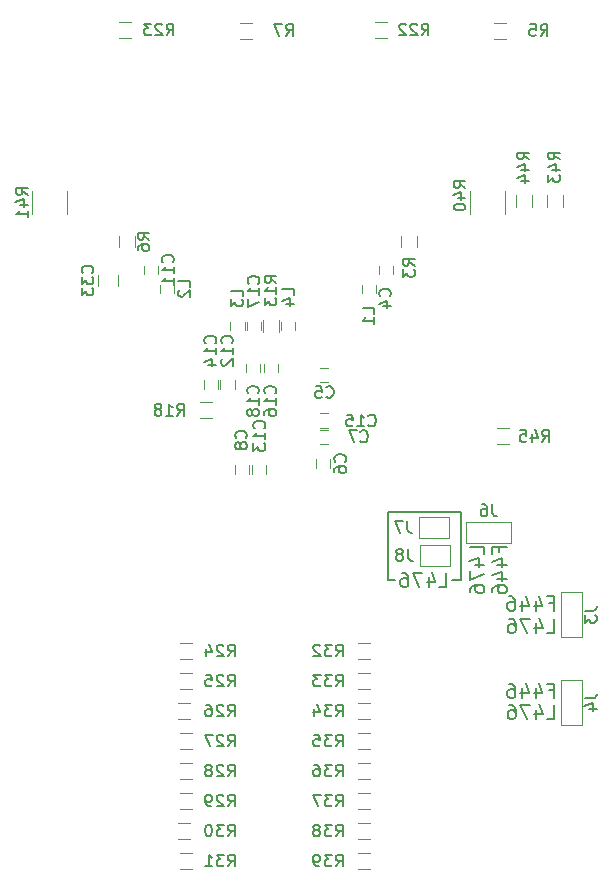
<source format=gbr>
G04 #@! TF.FileFunction,Legend,Bot*
%FSLAX46Y46*%
G04 Gerber Fmt 4.6, Leading zero omitted, Abs format (unit mm)*
G04 Created by KiCad (PCBNEW 4.0.6) date 04/07/17 00:55:34*
%MOMM*%
%LPD*%
G01*
G04 APERTURE LIST*
%ADD10C,0.100000*%
%ADD11C,0.150000*%
%ADD12C,0.200000*%
%ADD13C,0.120000*%
G04 APERTURE END LIST*
D10*
D11*
X149700000Y-98800000D02*
X148900000Y-98800000D01*
X143500000Y-98800000D02*
X144100000Y-98800000D01*
X143500000Y-93000000D02*
X143500000Y-98800000D01*
X149700000Y-93000000D02*
X143500000Y-93000000D01*
X149700000Y-98800000D02*
X149700000Y-93000000D01*
D12*
X147842857Y-99342857D02*
X148414286Y-99342857D01*
X148414286Y-98142857D01*
X146928571Y-98542857D02*
X146928571Y-99342857D01*
X147214285Y-98085714D02*
X147500000Y-98942857D01*
X146757142Y-98942857D01*
X146414285Y-98142857D02*
X145614285Y-98142857D01*
X146128571Y-99342857D01*
X144642857Y-98142857D02*
X144871428Y-98142857D01*
X144985714Y-98200000D01*
X145042857Y-98257143D01*
X145157143Y-98428571D01*
X145214286Y-98657143D01*
X145214286Y-99114286D01*
X145157143Y-99228571D01*
X145100000Y-99285714D01*
X144985714Y-99342857D01*
X144757143Y-99342857D01*
X144642857Y-99285714D01*
X144585714Y-99228571D01*
X144528571Y-99114286D01*
X144528571Y-98828571D01*
X144585714Y-98714286D01*
X144642857Y-98657143D01*
X144757143Y-98600000D01*
X144985714Y-98600000D01*
X145100000Y-98657143D01*
X145157143Y-98714286D01*
X145214286Y-98828571D01*
X151642857Y-96557143D02*
X151642857Y-95985714D01*
X150442857Y-95985714D01*
X150842857Y-97471429D02*
X151642857Y-97471429D01*
X150385714Y-97185715D02*
X151242857Y-96900000D01*
X151242857Y-97642858D01*
X150442857Y-97985715D02*
X150442857Y-98785715D01*
X151642857Y-98271429D01*
X150442857Y-99757143D02*
X150442857Y-99528572D01*
X150500000Y-99414286D01*
X150557143Y-99357143D01*
X150728571Y-99242857D01*
X150957143Y-99185714D01*
X151414286Y-99185714D01*
X151528571Y-99242857D01*
X151585714Y-99300000D01*
X151642857Y-99414286D01*
X151642857Y-99642857D01*
X151585714Y-99757143D01*
X151528571Y-99814286D01*
X151414286Y-99871429D01*
X151128571Y-99871429D01*
X151014286Y-99814286D01*
X150957143Y-99757143D01*
X150900000Y-99642857D01*
X150900000Y-99414286D01*
X150957143Y-99300000D01*
X151014286Y-99242857D01*
X151128571Y-99185714D01*
X156942857Y-103242857D02*
X157514286Y-103242857D01*
X157514286Y-102042857D01*
X156028571Y-102442857D02*
X156028571Y-103242857D01*
X156314285Y-101985714D02*
X156600000Y-102842857D01*
X155857142Y-102842857D01*
X155514285Y-102042857D02*
X154714285Y-102042857D01*
X155228571Y-103242857D01*
X153742857Y-102042857D02*
X153971428Y-102042857D01*
X154085714Y-102100000D01*
X154142857Y-102157143D01*
X154257143Y-102328571D01*
X154314286Y-102557143D01*
X154314286Y-103014286D01*
X154257143Y-103128571D01*
X154200000Y-103185714D01*
X154085714Y-103242857D01*
X153857143Y-103242857D01*
X153742857Y-103185714D01*
X153685714Y-103128571D01*
X153628571Y-103014286D01*
X153628571Y-102728571D01*
X153685714Y-102614286D01*
X153742857Y-102557143D01*
X153857143Y-102500000D01*
X154085714Y-102500000D01*
X154200000Y-102557143D01*
X154257143Y-102614286D01*
X154314286Y-102728571D01*
X156942857Y-110542857D02*
X157514286Y-110542857D01*
X157514286Y-109342857D01*
X156028571Y-109742857D02*
X156028571Y-110542857D01*
X156314285Y-109285714D02*
X156600000Y-110142857D01*
X155857142Y-110142857D01*
X155514285Y-109342857D02*
X154714285Y-109342857D01*
X155228571Y-110542857D01*
X153742857Y-109342857D02*
X153971428Y-109342857D01*
X154085714Y-109400000D01*
X154142857Y-109457143D01*
X154257143Y-109628571D01*
X154314286Y-109857143D01*
X154314286Y-110314286D01*
X154257143Y-110428571D01*
X154200000Y-110485714D01*
X154085714Y-110542857D01*
X153857143Y-110542857D01*
X153742857Y-110485714D01*
X153685714Y-110428571D01*
X153628571Y-110314286D01*
X153628571Y-110028571D01*
X153685714Y-109914286D01*
X153742857Y-109857143D01*
X153857143Y-109800000D01*
X154085714Y-109800000D01*
X154200000Y-109857143D01*
X154257143Y-109914286D01*
X154314286Y-110028571D01*
X152914286Y-96357143D02*
X152914286Y-95957143D01*
X153542857Y-95957143D02*
X152342857Y-95957143D01*
X152342857Y-96528572D01*
X152742857Y-97500000D02*
X153542857Y-97500000D01*
X152285714Y-97214286D02*
X153142857Y-96928571D01*
X153142857Y-97671429D01*
X152742857Y-98642857D02*
X153542857Y-98642857D01*
X152285714Y-98357143D02*
X153142857Y-98071428D01*
X153142857Y-98814286D01*
X152342857Y-99785714D02*
X152342857Y-99557143D01*
X152400000Y-99442857D01*
X152457143Y-99385714D01*
X152628571Y-99271428D01*
X152857143Y-99214285D01*
X153314286Y-99214285D01*
X153428571Y-99271428D01*
X153485714Y-99328571D01*
X153542857Y-99442857D01*
X153542857Y-99671428D01*
X153485714Y-99785714D01*
X153428571Y-99842857D01*
X153314286Y-99900000D01*
X153028571Y-99900000D01*
X152914286Y-99842857D01*
X152857143Y-99785714D01*
X152800000Y-99671428D01*
X152800000Y-99442857D01*
X152857143Y-99328571D01*
X152914286Y-99271428D01*
X153028571Y-99214285D01*
X157142857Y-108114286D02*
X157542857Y-108114286D01*
X157542857Y-108742857D02*
X157542857Y-107542857D01*
X156971428Y-107542857D01*
X156000000Y-107942857D02*
X156000000Y-108742857D01*
X156285714Y-107485714D02*
X156571429Y-108342857D01*
X155828571Y-108342857D01*
X154857143Y-107942857D02*
X154857143Y-108742857D01*
X155142857Y-107485714D02*
X155428572Y-108342857D01*
X154685714Y-108342857D01*
X153714286Y-107542857D02*
X153942857Y-107542857D01*
X154057143Y-107600000D01*
X154114286Y-107657143D01*
X154228572Y-107828571D01*
X154285715Y-108057143D01*
X154285715Y-108514286D01*
X154228572Y-108628571D01*
X154171429Y-108685714D01*
X154057143Y-108742857D01*
X153828572Y-108742857D01*
X153714286Y-108685714D01*
X153657143Y-108628571D01*
X153600000Y-108514286D01*
X153600000Y-108228571D01*
X153657143Y-108114286D01*
X153714286Y-108057143D01*
X153828572Y-108000000D01*
X154057143Y-108000000D01*
X154171429Y-108057143D01*
X154228572Y-108114286D01*
X154285715Y-108228571D01*
X157142857Y-100714286D02*
X157542857Y-100714286D01*
X157542857Y-101342857D02*
X157542857Y-100142857D01*
X156971428Y-100142857D01*
X156000000Y-100542857D02*
X156000000Y-101342857D01*
X156285714Y-100085714D02*
X156571429Y-100942857D01*
X155828571Y-100942857D01*
X154857143Y-100542857D02*
X154857143Y-101342857D01*
X155142857Y-100085714D02*
X155428572Y-100942857D01*
X154685714Y-100942857D01*
X153714286Y-100142857D02*
X153942857Y-100142857D01*
X154057143Y-100200000D01*
X154114286Y-100257143D01*
X154228572Y-100428571D01*
X154285715Y-100657143D01*
X154285715Y-101114286D01*
X154228572Y-101228571D01*
X154171429Y-101285714D01*
X154057143Y-101342857D01*
X153828572Y-101342857D01*
X153714286Y-101285714D01*
X153657143Y-101228571D01*
X153600000Y-101114286D01*
X153600000Y-100828571D01*
X153657143Y-100714286D01*
X153714286Y-100657143D01*
X153828572Y-100600000D01*
X154057143Y-100600000D01*
X154171429Y-100657143D01*
X154228572Y-100714286D01*
X154285715Y-100828571D01*
D13*
X138600000Y-89250000D02*
X138600000Y-88550000D01*
X137400000Y-88550000D02*
X137400000Y-89250000D01*
X138450000Y-80800000D02*
X137750000Y-80800000D01*
X137750000Y-82000000D02*
X138450000Y-82000000D01*
X130150000Y-76900000D02*
X130150000Y-77600000D01*
X131350000Y-77600000D02*
X131350000Y-76900000D01*
X143900000Y-72850000D02*
X143900000Y-72150000D01*
X142700000Y-72150000D02*
X142700000Y-72850000D01*
X138450000Y-86050000D02*
X137750000Y-86050000D01*
X137750000Y-87250000D02*
X138450000Y-87250000D01*
X131700000Y-89750000D02*
X131700000Y-89050000D01*
X130500000Y-89050000D02*
X130500000Y-89750000D01*
X124000000Y-72850000D02*
X124000000Y-72150000D01*
X122800000Y-72150000D02*
X122800000Y-72850000D01*
X130500000Y-82550000D02*
X130500000Y-81850000D01*
X129300000Y-81850000D02*
X129300000Y-82550000D01*
X133200000Y-89750000D02*
X133200000Y-89050000D01*
X132000000Y-89050000D02*
X132000000Y-89750000D01*
X129100000Y-82550000D02*
X129100000Y-81850000D01*
X127900000Y-81850000D02*
X127900000Y-82550000D01*
X138450000Y-84650000D02*
X137750000Y-84650000D01*
X137750000Y-85850000D02*
X138450000Y-85850000D01*
X133000000Y-80450000D02*
X133000000Y-81150000D01*
X134200000Y-81150000D02*
X134200000Y-80450000D01*
X132750000Y-77600000D02*
X132750000Y-76900000D01*
X131550000Y-76900000D02*
X131550000Y-77600000D01*
X131500000Y-80450000D02*
X131500000Y-81150000D01*
X132700000Y-81150000D02*
X132700000Y-80450000D01*
X142500000Y-74450000D02*
X142500000Y-73750000D01*
X141300000Y-73750000D02*
X141300000Y-74450000D01*
X125400000Y-74450000D02*
X125400000Y-73750000D01*
X124200000Y-73750000D02*
X124200000Y-74450000D01*
X134450000Y-76900000D02*
X134450000Y-77600000D01*
X135650000Y-77600000D02*
X135650000Y-76900000D01*
X145980000Y-70600000D02*
X145980000Y-69600000D01*
X144620000Y-69600000D02*
X144620000Y-70600000D01*
X152500000Y-52930000D02*
X153500000Y-52930000D01*
X153500000Y-51570000D02*
X152500000Y-51570000D01*
X120720000Y-69600000D02*
X120720000Y-70600000D01*
X122080000Y-70600000D02*
X122080000Y-69600000D01*
X131000000Y-52930000D02*
X132000000Y-52930000D01*
X132000000Y-51570000D02*
X131000000Y-51570000D01*
X132920000Y-76750000D02*
X132920000Y-77750000D01*
X134280000Y-77750000D02*
X134280000Y-76750000D01*
X128600000Y-83720000D02*
X127600000Y-83720000D01*
X127600000Y-85080000D02*
X128600000Y-85080000D01*
X142400000Y-52880000D02*
X143400000Y-52880000D01*
X143400000Y-51520000D02*
X142400000Y-51520000D01*
X120750000Y-52880000D02*
X121750000Y-52880000D01*
X121750000Y-51520000D02*
X120750000Y-51520000D01*
X159890000Y-99790000D02*
X159890000Y-103610000D01*
X159890000Y-103610000D02*
X158110000Y-103610000D01*
X158110000Y-103610000D02*
X158110000Y-99790000D01*
X159890000Y-99790000D02*
X158110000Y-99790000D01*
X159890000Y-107190000D02*
X159890000Y-111010000D01*
X159890000Y-111010000D02*
X158110000Y-111010000D01*
X158110000Y-111010000D02*
X158110000Y-107190000D01*
X159890000Y-107190000D02*
X158110000Y-107190000D01*
X153910000Y-95590000D02*
X150090000Y-95590000D01*
X150090000Y-95590000D02*
X150090000Y-93810000D01*
X150090000Y-93810000D02*
X153910000Y-93810000D01*
X153910000Y-95590000D02*
X153910000Y-93810000D01*
X146130000Y-93410000D02*
X148670000Y-93410000D01*
X148670000Y-95190000D02*
X146130000Y-95190000D01*
X148670000Y-95190000D02*
X148670000Y-93410000D01*
X146130000Y-93410000D02*
X146130000Y-95190000D01*
X146190000Y-95810000D02*
X148730000Y-95810000D01*
X148730000Y-97590000D02*
X146190000Y-97590000D01*
X148730000Y-97590000D02*
X148730000Y-95810000D01*
X146190000Y-95810000D02*
X146190000Y-97590000D01*
X126865000Y-104095000D02*
X125865000Y-104095000D01*
X125865000Y-105455000D02*
X126865000Y-105455000D01*
X126865000Y-106635000D02*
X125865000Y-106635000D01*
X125865000Y-107995000D02*
X126865000Y-107995000D01*
X126750000Y-109175000D02*
X125750000Y-109175000D01*
X125750000Y-110535000D02*
X126750000Y-110535000D01*
X126865000Y-111715000D02*
X125865000Y-111715000D01*
X125865000Y-113075000D02*
X126865000Y-113075000D01*
X126865000Y-114255000D02*
X125865000Y-114255000D01*
X125865000Y-115615000D02*
X126865000Y-115615000D01*
X126865000Y-116795000D02*
X125865000Y-116795000D01*
X125865000Y-118155000D02*
X126865000Y-118155000D01*
X126750000Y-119335000D02*
X125750000Y-119335000D01*
X125750000Y-120695000D02*
X126750000Y-120695000D01*
X126865000Y-121875000D02*
X125865000Y-121875000D01*
X125865000Y-123235000D02*
X126865000Y-123235000D01*
X140978000Y-105455000D02*
X141978000Y-105455000D01*
X141978000Y-104095000D02*
X140978000Y-104095000D01*
X140966000Y-107995000D02*
X141966000Y-107995000D01*
X141966000Y-106635000D02*
X140966000Y-106635000D01*
X140978000Y-110535000D02*
X141978000Y-110535000D01*
X141978000Y-109175000D02*
X140978000Y-109175000D01*
X140966000Y-113075000D02*
X141966000Y-113075000D01*
X141966000Y-111715000D02*
X140966000Y-111715000D01*
X140978000Y-115615000D02*
X141978000Y-115615000D01*
X141978000Y-114255000D02*
X140978000Y-114255000D01*
X140978000Y-118155000D02*
X141978000Y-118155000D01*
X141978000Y-116795000D02*
X140978000Y-116795000D01*
X140978000Y-120695000D02*
X141978000Y-120695000D01*
X141978000Y-119335000D02*
X140978000Y-119335000D01*
X140978000Y-123235000D02*
X141978000Y-123235000D01*
X141978000Y-121875000D02*
X140978000Y-121875000D01*
X153380000Y-67800000D02*
X153380000Y-65800000D01*
X150420000Y-65800000D02*
X150420000Y-67800000D01*
X116280000Y-67800000D02*
X116280000Y-65800000D01*
X113320000Y-65800000D02*
X113320000Y-67800000D01*
X120650000Y-72900000D02*
X120650000Y-73900000D01*
X118950000Y-73900000D02*
X118950000Y-72900000D01*
X156920000Y-66200000D02*
X156920000Y-67200000D01*
X158280000Y-67200000D02*
X158280000Y-66200000D01*
X154320000Y-66200000D02*
X154320000Y-67200000D01*
X155680000Y-67200000D02*
X155680000Y-66200000D01*
X153700000Y-85920000D02*
X152700000Y-85920000D01*
X152700000Y-87280000D02*
X153700000Y-87280000D01*
D11*
X139857143Y-88733334D02*
X139904762Y-88685715D01*
X139952381Y-88542858D01*
X139952381Y-88447620D01*
X139904762Y-88304762D01*
X139809524Y-88209524D01*
X139714286Y-88161905D01*
X139523810Y-88114286D01*
X139380952Y-88114286D01*
X139190476Y-88161905D01*
X139095238Y-88209524D01*
X139000000Y-88304762D01*
X138952381Y-88447620D01*
X138952381Y-88542858D01*
X139000000Y-88685715D01*
X139047619Y-88733334D01*
X138952381Y-89590477D02*
X138952381Y-89400000D01*
X139000000Y-89304762D01*
X139047619Y-89257143D01*
X139190476Y-89161905D01*
X139380952Y-89114286D01*
X139761905Y-89114286D01*
X139857143Y-89161905D01*
X139904762Y-89209524D01*
X139952381Y-89304762D01*
X139952381Y-89495239D01*
X139904762Y-89590477D01*
X139857143Y-89638096D01*
X139761905Y-89685715D01*
X139523810Y-89685715D01*
X139428571Y-89638096D01*
X139380952Y-89590477D01*
X139333333Y-89495239D01*
X139333333Y-89304762D01*
X139380952Y-89209524D01*
X139428571Y-89161905D01*
X139523810Y-89114286D01*
X138266666Y-83257143D02*
X138314285Y-83304762D01*
X138457142Y-83352381D01*
X138552380Y-83352381D01*
X138695238Y-83304762D01*
X138790476Y-83209524D01*
X138838095Y-83114286D01*
X138885714Y-82923810D01*
X138885714Y-82780952D01*
X138838095Y-82590476D01*
X138790476Y-82495238D01*
X138695238Y-82400000D01*
X138552380Y-82352381D01*
X138457142Y-82352381D01*
X138314285Y-82400000D01*
X138266666Y-82447619D01*
X137361904Y-82352381D02*
X137838095Y-82352381D01*
X137885714Y-82828571D01*
X137838095Y-82780952D01*
X137742857Y-82733333D01*
X137504761Y-82733333D01*
X137409523Y-82780952D01*
X137361904Y-82828571D01*
X137314285Y-82923810D01*
X137314285Y-83161905D01*
X137361904Y-83257143D01*
X137409523Y-83304762D01*
X137504761Y-83352381D01*
X137742857Y-83352381D01*
X137838095Y-83304762D01*
X137885714Y-83257143D01*
X131202381Y-74733334D02*
X131202381Y-74257143D01*
X130202381Y-74257143D01*
X130202381Y-74971429D02*
X130202381Y-75590477D01*
X130583333Y-75257143D01*
X130583333Y-75400001D01*
X130630952Y-75495239D01*
X130678571Y-75542858D01*
X130773810Y-75590477D01*
X131011905Y-75590477D01*
X131107143Y-75542858D01*
X131154762Y-75495239D01*
X131202381Y-75400001D01*
X131202381Y-75114286D01*
X131154762Y-75019048D01*
X131107143Y-74971429D01*
X143657143Y-74733334D02*
X143704762Y-74685715D01*
X143752381Y-74542858D01*
X143752381Y-74447620D01*
X143704762Y-74304762D01*
X143609524Y-74209524D01*
X143514286Y-74161905D01*
X143323810Y-74114286D01*
X143180952Y-74114286D01*
X142990476Y-74161905D01*
X142895238Y-74209524D01*
X142800000Y-74304762D01*
X142752381Y-74447620D01*
X142752381Y-74542858D01*
X142800000Y-74685715D01*
X142847619Y-74733334D01*
X143085714Y-75590477D02*
X143752381Y-75590477D01*
X142704762Y-75352381D02*
X143419048Y-75114286D01*
X143419048Y-75733334D01*
X141166666Y-87007143D02*
X141214285Y-87054762D01*
X141357142Y-87102381D01*
X141452380Y-87102381D01*
X141595238Y-87054762D01*
X141690476Y-86959524D01*
X141738095Y-86864286D01*
X141785714Y-86673810D01*
X141785714Y-86530952D01*
X141738095Y-86340476D01*
X141690476Y-86245238D01*
X141595238Y-86150000D01*
X141452380Y-86102381D01*
X141357142Y-86102381D01*
X141214285Y-86150000D01*
X141166666Y-86197619D01*
X140833333Y-86102381D02*
X140166666Y-86102381D01*
X140595238Y-87102381D01*
X131457143Y-86733334D02*
X131504762Y-86685715D01*
X131552381Y-86542858D01*
X131552381Y-86447620D01*
X131504762Y-86304762D01*
X131409524Y-86209524D01*
X131314286Y-86161905D01*
X131123810Y-86114286D01*
X130980952Y-86114286D01*
X130790476Y-86161905D01*
X130695238Y-86209524D01*
X130600000Y-86304762D01*
X130552381Y-86447620D01*
X130552381Y-86542858D01*
X130600000Y-86685715D01*
X130647619Y-86733334D01*
X130980952Y-87304762D02*
X130933333Y-87209524D01*
X130885714Y-87161905D01*
X130790476Y-87114286D01*
X130742857Y-87114286D01*
X130647619Y-87161905D01*
X130600000Y-87209524D01*
X130552381Y-87304762D01*
X130552381Y-87495239D01*
X130600000Y-87590477D01*
X130647619Y-87638096D01*
X130742857Y-87685715D01*
X130790476Y-87685715D01*
X130885714Y-87638096D01*
X130933333Y-87590477D01*
X130980952Y-87495239D01*
X130980952Y-87304762D01*
X131028571Y-87209524D01*
X131076190Y-87161905D01*
X131171429Y-87114286D01*
X131361905Y-87114286D01*
X131457143Y-87161905D01*
X131504762Y-87209524D01*
X131552381Y-87304762D01*
X131552381Y-87495239D01*
X131504762Y-87590477D01*
X131457143Y-87638096D01*
X131361905Y-87685715D01*
X131171429Y-87685715D01*
X131076190Y-87638096D01*
X131028571Y-87590477D01*
X130980952Y-87495239D01*
X125257143Y-71857143D02*
X125304762Y-71809524D01*
X125352381Y-71666667D01*
X125352381Y-71571429D01*
X125304762Y-71428571D01*
X125209524Y-71333333D01*
X125114286Y-71285714D01*
X124923810Y-71238095D01*
X124780952Y-71238095D01*
X124590476Y-71285714D01*
X124495238Y-71333333D01*
X124400000Y-71428571D01*
X124352381Y-71571429D01*
X124352381Y-71666667D01*
X124400000Y-71809524D01*
X124447619Y-71857143D01*
X125352381Y-72809524D02*
X125352381Y-72238095D01*
X125352381Y-72523809D02*
X124352381Y-72523809D01*
X124495238Y-72428571D01*
X124590476Y-72333333D01*
X124638095Y-72238095D01*
X125352381Y-73761905D02*
X125352381Y-73190476D01*
X125352381Y-73476190D02*
X124352381Y-73476190D01*
X124495238Y-73380952D01*
X124590476Y-73285714D01*
X124638095Y-73190476D01*
X130257143Y-78707143D02*
X130304762Y-78659524D01*
X130352381Y-78516667D01*
X130352381Y-78421429D01*
X130304762Y-78278571D01*
X130209524Y-78183333D01*
X130114286Y-78135714D01*
X129923810Y-78088095D01*
X129780952Y-78088095D01*
X129590476Y-78135714D01*
X129495238Y-78183333D01*
X129400000Y-78278571D01*
X129352381Y-78421429D01*
X129352381Y-78516667D01*
X129400000Y-78659524D01*
X129447619Y-78707143D01*
X130352381Y-79659524D02*
X130352381Y-79088095D01*
X130352381Y-79373809D02*
X129352381Y-79373809D01*
X129495238Y-79278571D01*
X129590476Y-79183333D01*
X129638095Y-79088095D01*
X129447619Y-80040476D02*
X129400000Y-80088095D01*
X129352381Y-80183333D01*
X129352381Y-80421429D01*
X129400000Y-80516667D01*
X129447619Y-80564286D01*
X129542857Y-80611905D01*
X129638095Y-80611905D01*
X129780952Y-80564286D01*
X130352381Y-79992857D01*
X130352381Y-80611905D01*
X133007143Y-85907143D02*
X133054762Y-85859524D01*
X133102381Y-85716667D01*
X133102381Y-85621429D01*
X133054762Y-85478571D01*
X132959524Y-85383333D01*
X132864286Y-85335714D01*
X132673810Y-85288095D01*
X132530952Y-85288095D01*
X132340476Y-85335714D01*
X132245238Y-85383333D01*
X132150000Y-85478571D01*
X132102381Y-85621429D01*
X132102381Y-85716667D01*
X132150000Y-85859524D01*
X132197619Y-85907143D01*
X133102381Y-86859524D02*
X133102381Y-86288095D01*
X133102381Y-86573809D02*
X132102381Y-86573809D01*
X132245238Y-86478571D01*
X132340476Y-86383333D01*
X132388095Y-86288095D01*
X132102381Y-87192857D02*
X132102381Y-87811905D01*
X132483333Y-87478571D01*
X132483333Y-87621429D01*
X132530952Y-87716667D01*
X132578571Y-87764286D01*
X132673810Y-87811905D01*
X132911905Y-87811905D01*
X133007143Y-87764286D01*
X133054762Y-87716667D01*
X133102381Y-87621429D01*
X133102381Y-87335714D01*
X133054762Y-87240476D01*
X133007143Y-87192857D01*
X128857143Y-78707143D02*
X128904762Y-78659524D01*
X128952381Y-78516667D01*
X128952381Y-78421429D01*
X128904762Y-78278571D01*
X128809524Y-78183333D01*
X128714286Y-78135714D01*
X128523810Y-78088095D01*
X128380952Y-78088095D01*
X128190476Y-78135714D01*
X128095238Y-78183333D01*
X128000000Y-78278571D01*
X127952381Y-78421429D01*
X127952381Y-78516667D01*
X128000000Y-78659524D01*
X128047619Y-78707143D01*
X128952381Y-79659524D02*
X128952381Y-79088095D01*
X128952381Y-79373809D02*
X127952381Y-79373809D01*
X128095238Y-79278571D01*
X128190476Y-79183333D01*
X128238095Y-79088095D01*
X128285714Y-80516667D02*
X128952381Y-80516667D01*
X127904762Y-80278571D02*
X128619048Y-80040476D01*
X128619048Y-80659524D01*
X141842857Y-85657143D02*
X141890476Y-85704762D01*
X142033333Y-85752381D01*
X142128571Y-85752381D01*
X142271429Y-85704762D01*
X142366667Y-85609524D01*
X142414286Y-85514286D01*
X142461905Y-85323810D01*
X142461905Y-85180952D01*
X142414286Y-84990476D01*
X142366667Y-84895238D01*
X142271429Y-84800000D01*
X142128571Y-84752381D01*
X142033333Y-84752381D01*
X141890476Y-84800000D01*
X141842857Y-84847619D01*
X140890476Y-85752381D02*
X141461905Y-85752381D01*
X141176191Y-85752381D02*
X141176191Y-84752381D01*
X141271429Y-84895238D01*
X141366667Y-84990476D01*
X141461905Y-85038095D01*
X139985714Y-84752381D02*
X140461905Y-84752381D01*
X140509524Y-85228571D01*
X140461905Y-85180952D01*
X140366667Y-85133333D01*
X140128571Y-85133333D01*
X140033333Y-85180952D01*
X139985714Y-85228571D01*
X139938095Y-85323810D01*
X139938095Y-85561905D01*
X139985714Y-85657143D01*
X140033333Y-85704762D01*
X140128571Y-85752381D01*
X140366667Y-85752381D01*
X140461905Y-85704762D01*
X140509524Y-85657143D01*
X133932143Y-82957143D02*
X133979762Y-82909524D01*
X134027381Y-82766667D01*
X134027381Y-82671429D01*
X133979762Y-82528571D01*
X133884524Y-82433333D01*
X133789286Y-82385714D01*
X133598810Y-82338095D01*
X133455952Y-82338095D01*
X133265476Y-82385714D01*
X133170238Y-82433333D01*
X133075000Y-82528571D01*
X133027381Y-82671429D01*
X133027381Y-82766667D01*
X133075000Y-82909524D01*
X133122619Y-82957143D01*
X134027381Y-83909524D02*
X134027381Y-83338095D01*
X134027381Y-83623809D02*
X133027381Y-83623809D01*
X133170238Y-83528571D01*
X133265476Y-83433333D01*
X133313095Y-83338095D01*
X133027381Y-84766667D02*
X133027381Y-84576190D01*
X133075000Y-84480952D01*
X133122619Y-84433333D01*
X133265476Y-84338095D01*
X133455952Y-84290476D01*
X133836905Y-84290476D01*
X133932143Y-84338095D01*
X133979762Y-84385714D01*
X134027381Y-84480952D01*
X134027381Y-84671429D01*
X133979762Y-84766667D01*
X133932143Y-84814286D01*
X133836905Y-84861905D01*
X133598810Y-84861905D01*
X133503571Y-84814286D01*
X133455952Y-84766667D01*
X133408333Y-84671429D01*
X133408333Y-84480952D01*
X133455952Y-84385714D01*
X133503571Y-84338095D01*
X133598810Y-84290476D01*
X132507143Y-73657143D02*
X132554762Y-73609524D01*
X132602381Y-73466667D01*
X132602381Y-73371429D01*
X132554762Y-73228571D01*
X132459524Y-73133333D01*
X132364286Y-73085714D01*
X132173810Y-73038095D01*
X132030952Y-73038095D01*
X131840476Y-73085714D01*
X131745238Y-73133333D01*
X131650000Y-73228571D01*
X131602381Y-73371429D01*
X131602381Y-73466667D01*
X131650000Y-73609524D01*
X131697619Y-73657143D01*
X132602381Y-74609524D02*
X132602381Y-74038095D01*
X132602381Y-74323809D02*
X131602381Y-74323809D01*
X131745238Y-74228571D01*
X131840476Y-74133333D01*
X131888095Y-74038095D01*
X131602381Y-74942857D02*
X131602381Y-75609524D01*
X132602381Y-75180952D01*
X132482143Y-82957143D02*
X132529762Y-82909524D01*
X132577381Y-82766667D01*
X132577381Y-82671429D01*
X132529762Y-82528571D01*
X132434524Y-82433333D01*
X132339286Y-82385714D01*
X132148810Y-82338095D01*
X132005952Y-82338095D01*
X131815476Y-82385714D01*
X131720238Y-82433333D01*
X131625000Y-82528571D01*
X131577381Y-82671429D01*
X131577381Y-82766667D01*
X131625000Y-82909524D01*
X131672619Y-82957143D01*
X132577381Y-83909524D02*
X132577381Y-83338095D01*
X132577381Y-83623809D02*
X131577381Y-83623809D01*
X131720238Y-83528571D01*
X131815476Y-83433333D01*
X131863095Y-83338095D01*
X132005952Y-84480952D02*
X131958333Y-84385714D01*
X131910714Y-84338095D01*
X131815476Y-84290476D01*
X131767857Y-84290476D01*
X131672619Y-84338095D01*
X131625000Y-84385714D01*
X131577381Y-84480952D01*
X131577381Y-84671429D01*
X131625000Y-84766667D01*
X131672619Y-84814286D01*
X131767857Y-84861905D01*
X131815476Y-84861905D01*
X131910714Y-84814286D01*
X131958333Y-84766667D01*
X132005952Y-84671429D01*
X132005952Y-84480952D01*
X132053571Y-84385714D01*
X132101190Y-84338095D01*
X132196429Y-84290476D01*
X132386905Y-84290476D01*
X132482143Y-84338095D01*
X132529762Y-84385714D01*
X132577381Y-84480952D01*
X132577381Y-84671429D01*
X132529762Y-84766667D01*
X132482143Y-84814286D01*
X132386905Y-84861905D01*
X132196429Y-84861905D01*
X132101190Y-84814286D01*
X132053571Y-84766667D01*
X132005952Y-84671429D01*
X142352381Y-76233334D02*
X142352381Y-75757143D01*
X141352381Y-75757143D01*
X142352381Y-77090477D02*
X142352381Y-76519048D01*
X142352381Y-76804762D02*
X141352381Y-76804762D01*
X141495238Y-76709524D01*
X141590476Y-76614286D01*
X141638095Y-76519048D01*
X126752381Y-73933334D02*
X126752381Y-73457143D01*
X125752381Y-73457143D01*
X125847619Y-74219048D02*
X125800000Y-74266667D01*
X125752381Y-74361905D01*
X125752381Y-74600001D01*
X125800000Y-74695239D01*
X125847619Y-74742858D01*
X125942857Y-74790477D01*
X126038095Y-74790477D01*
X126180952Y-74742858D01*
X126752381Y-74171429D01*
X126752381Y-74790477D01*
X135552381Y-74633334D02*
X135552381Y-74157143D01*
X134552381Y-74157143D01*
X134885714Y-75395239D02*
X135552381Y-75395239D01*
X134504762Y-75157143D02*
X135219048Y-74919048D01*
X135219048Y-75538096D01*
X145752381Y-72133334D02*
X145276190Y-71800000D01*
X145752381Y-71561905D02*
X144752381Y-71561905D01*
X144752381Y-71942858D01*
X144800000Y-72038096D01*
X144847619Y-72085715D01*
X144942857Y-72133334D01*
X145085714Y-72133334D01*
X145180952Y-72085715D01*
X145228571Y-72038096D01*
X145276190Y-71942858D01*
X145276190Y-71561905D01*
X144752381Y-72466667D02*
X144752381Y-73085715D01*
X145133333Y-72752381D01*
X145133333Y-72895239D01*
X145180952Y-72990477D01*
X145228571Y-73038096D01*
X145323810Y-73085715D01*
X145561905Y-73085715D01*
X145657143Y-73038096D01*
X145704762Y-72990477D01*
X145752381Y-72895239D01*
X145752381Y-72609524D01*
X145704762Y-72514286D01*
X145657143Y-72466667D01*
X156416666Y-52702381D02*
X156750000Y-52226190D01*
X156988095Y-52702381D02*
X156988095Y-51702381D01*
X156607142Y-51702381D01*
X156511904Y-51750000D01*
X156464285Y-51797619D01*
X156416666Y-51892857D01*
X156416666Y-52035714D01*
X156464285Y-52130952D01*
X156511904Y-52178571D01*
X156607142Y-52226190D01*
X156988095Y-52226190D01*
X155511904Y-51702381D02*
X155988095Y-51702381D01*
X156035714Y-52178571D01*
X155988095Y-52130952D01*
X155892857Y-52083333D01*
X155654761Y-52083333D01*
X155559523Y-52130952D01*
X155511904Y-52178571D01*
X155464285Y-52273810D01*
X155464285Y-52511905D01*
X155511904Y-52607143D01*
X155559523Y-52654762D01*
X155654761Y-52702381D01*
X155892857Y-52702381D01*
X155988095Y-52654762D01*
X156035714Y-52607143D01*
X123302381Y-69933334D02*
X122826190Y-69600000D01*
X123302381Y-69361905D02*
X122302381Y-69361905D01*
X122302381Y-69742858D01*
X122350000Y-69838096D01*
X122397619Y-69885715D01*
X122492857Y-69933334D01*
X122635714Y-69933334D01*
X122730952Y-69885715D01*
X122778571Y-69838096D01*
X122826190Y-69742858D01*
X122826190Y-69361905D01*
X122302381Y-70790477D02*
X122302381Y-70600000D01*
X122350000Y-70504762D01*
X122397619Y-70457143D01*
X122540476Y-70361905D01*
X122730952Y-70314286D01*
X123111905Y-70314286D01*
X123207143Y-70361905D01*
X123254762Y-70409524D01*
X123302381Y-70504762D01*
X123302381Y-70695239D01*
X123254762Y-70790477D01*
X123207143Y-70838096D01*
X123111905Y-70885715D01*
X122873810Y-70885715D01*
X122778571Y-70838096D01*
X122730952Y-70790477D01*
X122683333Y-70695239D01*
X122683333Y-70504762D01*
X122730952Y-70409524D01*
X122778571Y-70361905D01*
X122873810Y-70314286D01*
X134866666Y-52702381D02*
X135200000Y-52226190D01*
X135438095Y-52702381D02*
X135438095Y-51702381D01*
X135057142Y-51702381D01*
X134961904Y-51750000D01*
X134914285Y-51797619D01*
X134866666Y-51892857D01*
X134866666Y-52035714D01*
X134914285Y-52130952D01*
X134961904Y-52178571D01*
X135057142Y-52226190D01*
X135438095Y-52226190D01*
X134533333Y-51702381D02*
X133866666Y-51702381D01*
X134295238Y-52702381D01*
X134052381Y-73607143D02*
X133576190Y-73273809D01*
X134052381Y-73035714D02*
X133052381Y-73035714D01*
X133052381Y-73416667D01*
X133100000Y-73511905D01*
X133147619Y-73559524D01*
X133242857Y-73607143D01*
X133385714Y-73607143D01*
X133480952Y-73559524D01*
X133528571Y-73511905D01*
X133576190Y-73416667D01*
X133576190Y-73035714D01*
X134052381Y-74559524D02*
X134052381Y-73988095D01*
X134052381Y-74273809D02*
X133052381Y-74273809D01*
X133195238Y-74178571D01*
X133290476Y-74083333D01*
X133338095Y-73988095D01*
X133052381Y-74892857D02*
X133052381Y-75511905D01*
X133433333Y-75178571D01*
X133433333Y-75321429D01*
X133480952Y-75416667D01*
X133528571Y-75464286D01*
X133623810Y-75511905D01*
X133861905Y-75511905D01*
X133957143Y-75464286D01*
X134004762Y-75416667D01*
X134052381Y-75321429D01*
X134052381Y-75035714D01*
X134004762Y-74940476D01*
X133957143Y-74892857D01*
X125642857Y-84852381D02*
X125976191Y-84376190D01*
X126214286Y-84852381D02*
X126214286Y-83852381D01*
X125833333Y-83852381D01*
X125738095Y-83900000D01*
X125690476Y-83947619D01*
X125642857Y-84042857D01*
X125642857Y-84185714D01*
X125690476Y-84280952D01*
X125738095Y-84328571D01*
X125833333Y-84376190D01*
X126214286Y-84376190D01*
X124690476Y-84852381D02*
X125261905Y-84852381D01*
X124976191Y-84852381D02*
X124976191Y-83852381D01*
X125071429Y-83995238D01*
X125166667Y-84090476D01*
X125261905Y-84138095D01*
X124119048Y-84280952D02*
X124214286Y-84233333D01*
X124261905Y-84185714D01*
X124309524Y-84090476D01*
X124309524Y-84042857D01*
X124261905Y-83947619D01*
X124214286Y-83900000D01*
X124119048Y-83852381D01*
X123928571Y-83852381D01*
X123833333Y-83900000D01*
X123785714Y-83947619D01*
X123738095Y-84042857D01*
X123738095Y-84090476D01*
X123785714Y-84185714D01*
X123833333Y-84233333D01*
X123928571Y-84280952D01*
X124119048Y-84280952D01*
X124214286Y-84328571D01*
X124261905Y-84376190D01*
X124309524Y-84471429D01*
X124309524Y-84661905D01*
X124261905Y-84757143D01*
X124214286Y-84804762D01*
X124119048Y-84852381D01*
X123928571Y-84852381D01*
X123833333Y-84804762D01*
X123785714Y-84757143D01*
X123738095Y-84661905D01*
X123738095Y-84471429D01*
X123785714Y-84376190D01*
X123833333Y-84328571D01*
X123928571Y-84280952D01*
X146342857Y-52652381D02*
X146676191Y-52176190D01*
X146914286Y-52652381D02*
X146914286Y-51652381D01*
X146533333Y-51652381D01*
X146438095Y-51700000D01*
X146390476Y-51747619D01*
X146342857Y-51842857D01*
X146342857Y-51985714D01*
X146390476Y-52080952D01*
X146438095Y-52128571D01*
X146533333Y-52176190D01*
X146914286Y-52176190D01*
X145961905Y-51747619D02*
X145914286Y-51700000D01*
X145819048Y-51652381D01*
X145580952Y-51652381D01*
X145485714Y-51700000D01*
X145438095Y-51747619D01*
X145390476Y-51842857D01*
X145390476Y-51938095D01*
X145438095Y-52080952D01*
X146009524Y-52652381D01*
X145390476Y-52652381D01*
X145009524Y-51747619D02*
X144961905Y-51700000D01*
X144866667Y-51652381D01*
X144628571Y-51652381D01*
X144533333Y-51700000D01*
X144485714Y-51747619D01*
X144438095Y-51842857D01*
X144438095Y-51938095D01*
X144485714Y-52080952D01*
X145057143Y-52652381D01*
X144438095Y-52652381D01*
X124742857Y-52652381D02*
X125076191Y-52176190D01*
X125314286Y-52652381D02*
X125314286Y-51652381D01*
X124933333Y-51652381D01*
X124838095Y-51700000D01*
X124790476Y-51747619D01*
X124742857Y-51842857D01*
X124742857Y-51985714D01*
X124790476Y-52080952D01*
X124838095Y-52128571D01*
X124933333Y-52176190D01*
X125314286Y-52176190D01*
X124361905Y-51747619D02*
X124314286Y-51700000D01*
X124219048Y-51652381D01*
X123980952Y-51652381D01*
X123885714Y-51700000D01*
X123838095Y-51747619D01*
X123790476Y-51842857D01*
X123790476Y-51938095D01*
X123838095Y-52080952D01*
X124409524Y-52652381D01*
X123790476Y-52652381D01*
X123457143Y-51652381D02*
X122838095Y-51652381D01*
X123171429Y-52033333D01*
X123028571Y-52033333D01*
X122933333Y-52080952D01*
X122885714Y-52128571D01*
X122838095Y-52223810D01*
X122838095Y-52461905D01*
X122885714Y-52557143D01*
X122933333Y-52604762D01*
X123028571Y-52652381D01*
X123314286Y-52652381D01*
X123409524Y-52604762D01*
X123457143Y-52557143D01*
X160152381Y-101366667D02*
X160866667Y-101366667D01*
X161009524Y-101319047D01*
X161104762Y-101223809D01*
X161152381Y-101080952D01*
X161152381Y-100985714D01*
X160152381Y-101747619D02*
X160152381Y-102366667D01*
X160533333Y-102033333D01*
X160533333Y-102176191D01*
X160580952Y-102271429D01*
X160628571Y-102319048D01*
X160723810Y-102366667D01*
X160961905Y-102366667D01*
X161057143Y-102319048D01*
X161104762Y-102271429D01*
X161152381Y-102176191D01*
X161152381Y-101890476D01*
X161104762Y-101795238D01*
X161057143Y-101747619D01*
X160152381Y-108766667D02*
X160866667Y-108766667D01*
X161009524Y-108719047D01*
X161104762Y-108623809D01*
X161152381Y-108480952D01*
X161152381Y-108385714D01*
X160485714Y-109671429D02*
X161152381Y-109671429D01*
X160104762Y-109433333D02*
X160819048Y-109195238D01*
X160819048Y-109814286D01*
X152333333Y-92352381D02*
X152333333Y-93066667D01*
X152380953Y-93209524D01*
X152476191Y-93304762D01*
X152619048Y-93352381D01*
X152714286Y-93352381D01*
X151428571Y-92352381D02*
X151619048Y-92352381D01*
X151714286Y-92400000D01*
X151761905Y-92447619D01*
X151857143Y-92590476D01*
X151904762Y-92780952D01*
X151904762Y-93161905D01*
X151857143Y-93257143D01*
X151809524Y-93304762D01*
X151714286Y-93352381D01*
X151523809Y-93352381D01*
X151428571Y-93304762D01*
X151380952Y-93257143D01*
X151333333Y-93161905D01*
X151333333Y-92923810D01*
X151380952Y-92828571D01*
X151428571Y-92780952D01*
X151523809Y-92733333D01*
X151714286Y-92733333D01*
X151809524Y-92780952D01*
X151857143Y-92828571D01*
X151904762Y-92923810D01*
X145133333Y-93752381D02*
X145133333Y-94466667D01*
X145180953Y-94609524D01*
X145276191Y-94704762D01*
X145419048Y-94752381D01*
X145514286Y-94752381D01*
X144752381Y-93752381D02*
X144085714Y-93752381D01*
X144514286Y-94752381D01*
X145193333Y-96152381D02*
X145193333Y-96866667D01*
X145240953Y-97009524D01*
X145336191Y-97104762D01*
X145479048Y-97152381D01*
X145574286Y-97152381D01*
X144574286Y-96580952D02*
X144669524Y-96533333D01*
X144717143Y-96485714D01*
X144764762Y-96390476D01*
X144764762Y-96342857D01*
X144717143Y-96247619D01*
X144669524Y-96200000D01*
X144574286Y-96152381D01*
X144383809Y-96152381D01*
X144288571Y-96200000D01*
X144240952Y-96247619D01*
X144193333Y-96342857D01*
X144193333Y-96390476D01*
X144240952Y-96485714D01*
X144288571Y-96533333D01*
X144383809Y-96580952D01*
X144574286Y-96580952D01*
X144669524Y-96628571D01*
X144717143Y-96676190D01*
X144764762Y-96771429D01*
X144764762Y-96961905D01*
X144717143Y-97057143D01*
X144669524Y-97104762D01*
X144574286Y-97152381D01*
X144383809Y-97152381D01*
X144288571Y-97104762D01*
X144240952Y-97057143D01*
X144193333Y-96961905D01*
X144193333Y-96771429D01*
X144240952Y-96676190D01*
X144288571Y-96628571D01*
X144383809Y-96580952D01*
X129928857Y-105227381D02*
X130262191Y-104751190D01*
X130500286Y-105227381D02*
X130500286Y-104227381D01*
X130119333Y-104227381D01*
X130024095Y-104275000D01*
X129976476Y-104322619D01*
X129928857Y-104417857D01*
X129928857Y-104560714D01*
X129976476Y-104655952D01*
X130024095Y-104703571D01*
X130119333Y-104751190D01*
X130500286Y-104751190D01*
X129547905Y-104322619D02*
X129500286Y-104275000D01*
X129405048Y-104227381D01*
X129166952Y-104227381D01*
X129071714Y-104275000D01*
X129024095Y-104322619D01*
X128976476Y-104417857D01*
X128976476Y-104513095D01*
X129024095Y-104655952D01*
X129595524Y-105227381D01*
X128976476Y-105227381D01*
X128119333Y-104560714D02*
X128119333Y-105227381D01*
X128357429Y-104179762D02*
X128595524Y-104894048D01*
X127976476Y-104894048D01*
X129928857Y-107767381D02*
X130262191Y-107291190D01*
X130500286Y-107767381D02*
X130500286Y-106767381D01*
X130119333Y-106767381D01*
X130024095Y-106815000D01*
X129976476Y-106862619D01*
X129928857Y-106957857D01*
X129928857Y-107100714D01*
X129976476Y-107195952D01*
X130024095Y-107243571D01*
X130119333Y-107291190D01*
X130500286Y-107291190D01*
X129547905Y-106862619D02*
X129500286Y-106815000D01*
X129405048Y-106767381D01*
X129166952Y-106767381D01*
X129071714Y-106815000D01*
X129024095Y-106862619D01*
X128976476Y-106957857D01*
X128976476Y-107053095D01*
X129024095Y-107195952D01*
X129595524Y-107767381D01*
X128976476Y-107767381D01*
X128071714Y-106767381D02*
X128547905Y-106767381D01*
X128595524Y-107243571D01*
X128547905Y-107195952D01*
X128452667Y-107148333D01*
X128214571Y-107148333D01*
X128119333Y-107195952D01*
X128071714Y-107243571D01*
X128024095Y-107338810D01*
X128024095Y-107576905D01*
X128071714Y-107672143D01*
X128119333Y-107719762D01*
X128214571Y-107767381D01*
X128452667Y-107767381D01*
X128547905Y-107719762D01*
X128595524Y-107672143D01*
X129928857Y-110307381D02*
X130262191Y-109831190D01*
X130500286Y-110307381D02*
X130500286Y-109307381D01*
X130119333Y-109307381D01*
X130024095Y-109355000D01*
X129976476Y-109402619D01*
X129928857Y-109497857D01*
X129928857Y-109640714D01*
X129976476Y-109735952D01*
X130024095Y-109783571D01*
X130119333Y-109831190D01*
X130500286Y-109831190D01*
X129547905Y-109402619D02*
X129500286Y-109355000D01*
X129405048Y-109307381D01*
X129166952Y-109307381D01*
X129071714Y-109355000D01*
X129024095Y-109402619D01*
X128976476Y-109497857D01*
X128976476Y-109593095D01*
X129024095Y-109735952D01*
X129595524Y-110307381D01*
X128976476Y-110307381D01*
X128119333Y-109307381D02*
X128309810Y-109307381D01*
X128405048Y-109355000D01*
X128452667Y-109402619D01*
X128547905Y-109545476D01*
X128595524Y-109735952D01*
X128595524Y-110116905D01*
X128547905Y-110212143D01*
X128500286Y-110259762D01*
X128405048Y-110307381D01*
X128214571Y-110307381D01*
X128119333Y-110259762D01*
X128071714Y-110212143D01*
X128024095Y-110116905D01*
X128024095Y-109878810D01*
X128071714Y-109783571D01*
X128119333Y-109735952D01*
X128214571Y-109688333D01*
X128405048Y-109688333D01*
X128500286Y-109735952D01*
X128547905Y-109783571D01*
X128595524Y-109878810D01*
X129928857Y-112847381D02*
X130262191Y-112371190D01*
X130500286Y-112847381D02*
X130500286Y-111847381D01*
X130119333Y-111847381D01*
X130024095Y-111895000D01*
X129976476Y-111942619D01*
X129928857Y-112037857D01*
X129928857Y-112180714D01*
X129976476Y-112275952D01*
X130024095Y-112323571D01*
X130119333Y-112371190D01*
X130500286Y-112371190D01*
X129547905Y-111942619D02*
X129500286Y-111895000D01*
X129405048Y-111847381D01*
X129166952Y-111847381D01*
X129071714Y-111895000D01*
X129024095Y-111942619D01*
X128976476Y-112037857D01*
X128976476Y-112133095D01*
X129024095Y-112275952D01*
X129595524Y-112847381D01*
X128976476Y-112847381D01*
X128643143Y-111847381D02*
X127976476Y-111847381D01*
X128405048Y-112847381D01*
X129928857Y-115387381D02*
X130262191Y-114911190D01*
X130500286Y-115387381D02*
X130500286Y-114387381D01*
X130119333Y-114387381D01*
X130024095Y-114435000D01*
X129976476Y-114482619D01*
X129928857Y-114577857D01*
X129928857Y-114720714D01*
X129976476Y-114815952D01*
X130024095Y-114863571D01*
X130119333Y-114911190D01*
X130500286Y-114911190D01*
X129547905Y-114482619D02*
X129500286Y-114435000D01*
X129405048Y-114387381D01*
X129166952Y-114387381D01*
X129071714Y-114435000D01*
X129024095Y-114482619D01*
X128976476Y-114577857D01*
X128976476Y-114673095D01*
X129024095Y-114815952D01*
X129595524Y-115387381D01*
X128976476Y-115387381D01*
X128405048Y-114815952D02*
X128500286Y-114768333D01*
X128547905Y-114720714D01*
X128595524Y-114625476D01*
X128595524Y-114577857D01*
X128547905Y-114482619D01*
X128500286Y-114435000D01*
X128405048Y-114387381D01*
X128214571Y-114387381D01*
X128119333Y-114435000D01*
X128071714Y-114482619D01*
X128024095Y-114577857D01*
X128024095Y-114625476D01*
X128071714Y-114720714D01*
X128119333Y-114768333D01*
X128214571Y-114815952D01*
X128405048Y-114815952D01*
X128500286Y-114863571D01*
X128547905Y-114911190D01*
X128595524Y-115006429D01*
X128595524Y-115196905D01*
X128547905Y-115292143D01*
X128500286Y-115339762D01*
X128405048Y-115387381D01*
X128214571Y-115387381D01*
X128119333Y-115339762D01*
X128071714Y-115292143D01*
X128024095Y-115196905D01*
X128024095Y-115006429D01*
X128071714Y-114911190D01*
X128119333Y-114863571D01*
X128214571Y-114815952D01*
X129928857Y-117927381D02*
X130262191Y-117451190D01*
X130500286Y-117927381D02*
X130500286Y-116927381D01*
X130119333Y-116927381D01*
X130024095Y-116975000D01*
X129976476Y-117022619D01*
X129928857Y-117117857D01*
X129928857Y-117260714D01*
X129976476Y-117355952D01*
X130024095Y-117403571D01*
X130119333Y-117451190D01*
X130500286Y-117451190D01*
X129547905Y-117022619D02*
X129500286Y-116975000D01*
X129405048Y-116927381D01*
X129166952Y-116927381D01*
X129071714Y-116975000D01*
X129024095Y-117022619D01*
X128976476Y-117117857D01*
X128976476Y-117213095D01*
X129024095Y-117355952D01*
X129595524Y-117927381D01*
X128976476Y-117927381D01*
X128500286Y-117927381D02*
X128309810Y-117927381D01*
X128214571Y-117879762D01*
X128166952Y-117832143D01*
X128071714Y-117689286D01*
X128024095Y-117498810D01*
X128024095Y-117117857D01*
X128071714Y-117022619D01*
X128119333Y-116975000D01*
X128214571Y-116927381D01*
X128405048Y-116927381D01*
X128500286Y-116975000D01*
X128547905Y-117022619D01*
X128595524Y-117117857D01*
X128595524Y-117355952D01*
X128547905Y-117451190D01*
X128500286Y-117498810D01*
X128405048Y-117546429D01*
X128214571Y-117546429D01*
X128119333Y-117498810D01*
X128071714Y-117451190D01*
X128024095Y-117355952D01*
X129928857Y-120467381D02*
X130262191Y-119991190D01*
X130500286Y-120467381D02*
X130500286Y-119467381D01*
X130119333Y-119467381D01*
X130024095Y-119515000D01*
X129976476Y-119562619D01*
X129928857Y-119657857D01*
X129928857Y-119800714D01*
X129976476Y-119895952D01*
X130024095Y-119943571D01*
X130119333Y-119991190D01*
X130500286Y-119991190D01*
X129595524Y-119467381D02*
X128976476Y-119467381D01*
X129309810Y-119848333D01*
X129166952Y-119848333D01*
X129071714Y-119895952D01*
X129024095Y-119943571D01*
X128976476Y-120038810D01*
X128976476Y-120276905D01*
X129024095Y-120372143D01*
X129071714Y-120419762D01*
X129166952Y-120467381D01*
X129452667Y-120467381D01*
X129547905Y-120419762D01*
X129595524Y-120372143D01*
X128357429Y-119467381D02*
X128262190Y-119467381D01*
X128166952Y-119515000D01*
X128119333Y-119562619D01*
X128071714Y-119657857D01*
X128024095Y-119848333D01*
X128024095Y-120086429D01*
X128071714Y-120276905D01*
X128119333Y-120372143D01*
X128166952Y-120419762D01*
X128262190Y-120467381D01*
X128357429Y-120467381D01*
X128452667Y-120419762D01*
X128500286Y-120372143D01*
X128547905Y-120276905D01*
X128595524Y-120086429D01*
X128595524Y-119848333D01*
X128547905Y-119657857D01*
X128500286Y-119562619D01*
X128452667Y-119515000D01*
X128357429Y-119467381D01*
X129928857Y-123007381D02*
X130262191Y-122531190D01*
X130500286Y-123007381D02*
X130500286Y-122007381D01*
X130119333Y-122007381D01*
X130024095Y-122055000D01*
X129976476Y-122102619D01*
X129928857Y-122197857D01*
X129928857Y-122340714D01*
X129976476Y-122435952D01*
X130024095Y-122483571D01*
X130119333Y-122531190D01*
X130500286Y-122531190D01*
X129595524Y-122007381D02*
X128976476Y-122007381D01*
X129309810Y-122388333D01*
X129166952Y-122388333D01*
X129071714Y-122435952D01*
X129024095Y-122483571D01*
X128976476Y-122578810D01*
X128976476Y-122816905D01*
X129024095Y-122912143D01*
X129071714Y-122959762D01*
X129166952Y-123007381D01*
X129452667Y-123007381D01*
X129547905Y-122959762D01*
X129595524Y-122912143D01*
X128024095Y-123007381D02*
X128595524Y-123007381D01*
X128309810Y-123007381D02*
X128309810Y-122007381D01*
X128405048Y-122150238D01*
X128500286Y-122245476D01*
X128595524Y-122293095D01*
X139072857Y-105227381D02*
X139406191Y-104751190D01*
X139644286Y-105227381D02*
X139644286Y-104227381D01*
X139263333Y-104227381D01*
X139168095Y-104275000D01*
X139120476Y-104322619D01*
X139072857Y-104417857D01*
X139072857Y-104560714D01*
X139120476Y-104655952D01*
X139168095Y-104703571D01*
X139263333Y-104751190D01*
X139644286Y-104751190D01*
X138739524Y-104227381D02*
X138120476Y-104227381D01*
X138453810Y-104608333D01*
X138310952Y-104608333D01*
X138215714Y-104655952D01*
X138168095Y-104703571D01*
X138120476Y-104798810D01*
X138120476Y-105036905D01*
X138168095Y-105132143D01*
X138215714Y-105179762D01*
X138310952Y-105227381D01*
X138596667Y-105227381D01*
X138691905Y-105179762D01*
X138739524Y-105132143D01*
X137739524Y-104322619D02*
X137691905Y-104275000D01*
X137596667Y-104227381D01*
X137358571Y-104227381D01*
X137263333Y-104275000D01*
X137215714Y-104322619D01*
X137168095Y-104417857D01*
X137168095Y-104513095D01*
X137215714Y-104655952D01*
X137787143Y-105227381D01*
X137168095Y-105227381D01*
X139072857Y-107767381D02*
X139406191Y-107291190D01*
X139644286Y-107767381D02*
X139644286Y-106767381D01*
X139263333Y-106767381D01*
X139168095Y-106815000D01*
X139120476Y-106862619D01*
X139072857Y-106957857D01*
X139072857Y-107100714D01*
X139120476Y-107195952D01*
X139168095Y-107243571D01*
X139263333Y-107291190D01*
X139644286Y-107291190D01*
X138739524Y-106767381D02*
X138120476Y-106767381D01*
X138453810Y-107148333D01*
X138310952Y-107148333D01*
X138215714Y-107195952D01*
X138168095Y-107243571D01*
X138120476Y-107338810D01*
X138120476Y-107576905D01*
X138168095Y-107672143D01*
X138215714Y-107719762D01*
X138310952Y-107767381D01*
X138596667Y-107767381D01*
X138691905Y-107719762D01*
X138739524Y-107672143D01*
X137787143Y-106767381D02*
X137168095Y-106767381D01*
X137501429Y-107148333D01*
X137358571Y-107148333D01*
X137263333Y-107195952D01*
X137215714Y-107243571D01*
X137168095Y-107338810D01*
X137168095Y-107576905D01*
X137215714Y-107672143D01*
X137263333Y-107719762D01*
X137358571Y-107767381D01*
X137644286Y-107767381D01*
X137739524Y-107719762D01*
X137787143Y-107672143D01*
X139072857Y-110307381D02*
X139406191Y-109831190D01*
X139644286Y-110307381D02*
X139644286Y-109307381D01*
X139263333Y-109307381D01*
X139168095Y-109355000D01*
X139120476Y-109402619D01*
X139072857Y-109497857D01*
X139072857Y-109640714D01*
X139120476Y-109735952D01*
X139168095Y-109783571D01*
X139263333Y-109831190D01*
X139644286Y-109831190D01*
X138739524Y-109307381D02*
X138120476Y-109307381D01*
X138453810Y-109688333D01*
X138310952Y-109688333D01*
X138215714Y-109735952D01*
X138168095Y-109783571D01*
X138120476Y-109878810D01*
X138120476Y-110116905D01*
X138168095Y-110212143D01*
X138215714Y-110259762D01*
X138310952Y-110307381D01*
X138596667Y-110307381D01*
X138691905Y-110259762D01*
X138739524Y-110212143D01*
X137263333Y-109640714D02*
X137263333Y-110307381D01*
X137501429Y-109259762D02*
X137739524Y-109974048D01*
X137120476Y-109974048D01*
X139072857Y-112847381D02*
X139406191Y-112371190D01*
X139644286Y-112847381D02*
X139644286Y-111847381D01*
X139263333Y-111847381D01*
X139168095Y-111895000D01*
X139120476Y-111942619D01*
X139072857Y-112037857D01*
X139072857Y-112180714D01*
X139120476Y-112275952D01*
X139168095Y-112323571D01*
X139263333Y-112371190D01*
X139644286Y-112371190D01*
X138739524Y-111847381D02*
X138120476Y-111847381D01*
X138453810Y-112228333D01*
X138310952Y-112228333D01*
X138215714Y-112275952D01*
X138168095Y-112323571D01*
X138120476Y-112418810D01*
X138120476Y-112656905D01*
X138168095Y-112752143D01*
X138215714Y-112799762D01*
X138310952Y-112847381D01*
X138596667Y-112847381D01*
X138691905Y-112799762D01*
X138739524Y-112752143D01*
X137215714Y-111847381D02*
X137691905Y-111847381D01*
X137739524Y-112323571D01*
X137691905Y-112275952D01*
X137596667Y-112228333D01*
X137358571Y-112228333D01*
X137263333Y-112275952D01*
X137215714Y-112323571D01*
X137168095Y-112418810D01*
X137168095Y-112656905D01*
X137215714Y-112752143D01*
X137263333Y-112799762D01*
X137358571Y-112847381D01*
X137596667Y-112847381D01*
X137691905Y-112799762D01*
X137739524Y-112752143D01*
X139072857Y-115387381D02*
X139406191Y-114911190D01*
X139644286Y-115387381D02*
X139644286Y-114387381D01*
X139263333Y-114387381D01*
X139168095Y-114435000D01*
X139120476Y-114482619D01*
X139072857Y-114577857D01*
X139072857Y-114720714D01*
X139120476Y-114815952D01*
X139168095Y-114863571D01*
X139263333Y-114911190D01*
X139644286Y-114911190D01*
X138739524Y-114387381D02*
X138120476Y-114387381D01*
X138453810Y-114768333D01*
X138310952Y-114768333D01*
X138215714Y-114815952D01*
X138168095Y-114863571D01*
X138120476Y-114958810D01*
X138120476Y-115196905D01*
X138168095Y-115292143D01*
X138215714Y-115339762D01*
X138310952Y-115387381D01*
X138596667Y-115387381D01*
X138691905Y-115339762D01*
X138739524Y-115292143D01*
X137263333Y-114387381D02*
X137453810Y-114387381D01*
X137549048Y-114435000D01*
X137596667Y-114482619D01*
X137691905Y-114625476D01*
X137739524Y-114815952D01*
X137739524Y-115196905D01*
X137691905Y-115292143D01*
X137644286Y-115339762D01*
X137549048Y-115387381D01*
X137358571Y-115387381D01*
X137263333Y-115339762D01*
X137215714Y-115292143D01*
X137168095Y-115196905D01*
X137168095Y-114958810D01*
X137215714Y-114863571D01*
X137263333Y-114815952D01*
X137358571Y-114768333D01*
X137549048Y-114768333D01*
X137644286Y-114815952D01*
X137691905Y-114863571D01*
X137739524Y-114958810D01*
X139072857Y-117927381D02*
X139406191Y-117451190D01*
X139644286Y-117927381D02*
X139644286Y-116927381D01*
X139263333Y-116927381D01*
X139168095Y-116975000D01*
X139120476Y-117022619D01*
X139072857Y-117117857D01*
X139072857Y-117260714D01*
X139120476Y-117355952D01*
X139168095Y-117403571D01*
X139263333Y-117451190D01*
X139644286Y-117451190D01*
X138739524Y-116927381D02*
X138120476Y-116927381D01*
X138453810Y-117308333D01*
X138310952Y-117308333D01*
X138215714Y-117355952D01*
X138168095Y-117403571D01*
X138120476Y-117498810D01*
X138120476Y-117736905D01*
X138168095Y-117832143D01*
X138215714Y-117879762D01*
X138310952Y-117927381D01*
X138596667Y-117927381D01*
X138691905Y-117879762D01*
X138739524Y-117832143D01*
X137787143Y-116927381D02*
X137120476Y-116927381D01*
X137549048Y-117927381D01*
X139072857Y-120467381D02*
X139406191Y-119991190D01*
X139644286Y-120467381D02*
X139644286Y-119467381D01*
X139263333Y-119467381D01*
X139168095Y-119515000D01*
X139120476Y-119562619D01*
X139072857Y-119657857D01*
X139072857Y-119800714D01*
X139120476Y-119895952D01*
X139168095Y-119943571D01*
X139263333Y-119991190D01*
X139644286Y-119991190D01*
X138739524Y-119467381D02*
X138120476Y-119467381D01*
X138453810Y-119848333D01*
X138310952Y-119848333D01*
X138215714Y-119895952D01*
X138168095Y-119943571D01*
X138120476Y-120038810D01*
X138120476Y-120276905D01*
X138168095Y-120372143D01*
X138215714Y-120419762D01*
X138310952Y-120467381D01*
X138596667Y-120467381D01*
X138691905Y-120419762D01*
X138739524Y-120372143D01*
X137549048Y-119895952D02*
X137644286Y-119848333D01*
X137691905Y-119800714D01*
X137739524Y-119705476D01*
X137739524Y-119657857D01*
X137691905Y-119562619D01*
X137644286Y-119515000D01*
X137549048Y-119467381D01*
X137358571Y-119467381D01*
X137263333Y-119515000D01*
X137215714Y-119562619D01*
X137168095Y-119657857D01*
X137168095Y-119705476D01*
X137215714Y-119800714D01*
X137263333Y-119848333D01*
X137358571Y-119895952D01*
X137549048Y-119895952D01*
X137644286Y-119943571D01*
X137691905Y-119991190D01*
X137739524Y-120086429D01*
X137739524Y-120276905D01*
X137691905Y-120372143D01*
X137644286Y-120419762D01*
X137549048Y-120467381D01*
X137358571Y-120467381D01*
X137263333Y-120419762D01*
X137215714Y-120372143D01*
X137168095Y-120276905D01*
X137168095Y-120086429D01*
X137215714Y-119991190D01*
X137263333Y-119943571D01*
X137358571Y-119895952D01*
X139072857Y-123007381D02*
X139406191Y-122531190D01*
X139644286Y-123007381D02*
X139644286Y-122007381D01*
X139263333Y-122007381D01*
X139168095Y-122055000D01*
X139120476Y-122102619D01*
X139072857Y-122197857D01*
X139072857Y-122340714D01*
X139120476Y-122435952D01*
X139168095Y-122483571D01*
X139263333Y-122531190D01*
X139644286Y-122531190D01*
X138739524Y-122007381D02*
X138120476Y-122007381D01*
X138453810Y-122388333D01*
X138310952Y-122388333D01*
X138215714Y-122435952D01*
X138168095Y-122483571D01*
X138120476Y-122578810D01*
X138120476Y-122816905D01*
X138168095Y-122912143D01*
X138215714Y-122959762D01*
X138310952Y-123007381D01*
X138596667Y-123007381D01*
X138691905Y-122959762D01*
X138739524Y-122912143D01*
X137644286Y-123007381D02*
X137453810Y-123007381D01*
X137358571Y-122959762D01*
X137310952Y-122912143D01*
X137215714Y-122769286D01*
X137168095Y-122578810D01*
X137168095Y-122197857D01*
X137215714Y-122102619D01*
X137263333Y-122055000D01*
X137358571Y-122007381D01*
X137549048Y-122007381D01*
X137644286Y-122055000D01*
X137691905Y-122102619D01*
X137739524Y-122197857D01*
X137739524Y-122435952D01*
X137691905Y-122531190D01*
X137644286Y-122578810D01*
X137549048Y-122626429D01*
X137358571Y-122626429D01*
X137263333Y-122578810D01*
X137215714Y-122531190D01*
X137168095Y-122435952D01*
X150052381Y-65557143D02*
X149576190Y-65223809D01*
X150052381Y-64985714D02*
X149052381Y-64985714D01*
X149052381Y-65366667D01*
X149100000Y-65461905D01*
X149147619Y-65509524D01*
X149242857Y-65557143D01*
X149385714Y-65557143D01*
X149480952Y-65509524D01*
X149528571Y-65461905D01*
X149576190Y-65366667D01*
X149576190Y-64985714D01*
X149385714Y-66414286D02*
X150052381Y-66414286D01*
X149004762Y-66176190D02*
X149719048Y-65938095D01*
X149719048Y-66557143D01*
X149052381Y-67128571D02*
X149052381Y-67223810D01*
X149100000Y-67319048D01*
X149147619Y-67366667D01*
X149242857Y-67414286D01*
X149433333Y-67461905D01*
X149671429Y-67461905D01*
X149861905Y-67414286D01*
X149957143Y-67366667D01*
X150004762Y-67319048D01*
X150052381Y-67223810D01*
X150052381Y-67128571D01*
X150004762Y-67033333D01*
X149957143Y-66985714D01*
X149861905Y-66938095D01*
X149671429Y-66890476D01*
X149433333Y-66890476D01*
X149242857Y-66938095D01*
X149147619Y-66985714D01*
X149100000Y-67033333D01*
X149052381Y-67128571D01*
X113002381Y-66157143D02*
X112526190Y-65823809D01*
X113002381Y-65585714D02*
X112002381Y-65585714D01*
X112002381Y-65966667D01*
X112050000Y-66061905D01*
X112097619Y-66109524D01*
X112192857Y-66157143D01*
X112335714Y-66157143D01*
X112430952Y-66109524D01*
X112478571Y-66061905D01*
X112526190Y-65966667D01*
X112526190Y-65585714D01*
X112335714Y-67014286D02*
X113002381Y-67014286D01*
X111954762Y-66776190D02*
X112669048Y-66538095D01*
X112669048Y-67157143D01*
X113002381Y-68061905D02*
X113002381Y-67490476D01*
X113002381Y-67776190D02*
X112002381Y-67776190D01*
X112145238Y-67680952D01*
X112240476Y-67585714D01*
X112288095Y-67490476D01*
X118457143Y-72757143D02*
X118504762Y-72709524D01*
X118552381Y-72566667D01*
X118552381Y-72471429D01*
X118504762Y-72328571D01*
X118409524Y-72233333D01*
X118314286Y-72185714D01*
X118123810Y-72138095D01*
X117980952Y-72138095D01*
X117790476Y-72185714D01*
X117695238Y-72233333D01*
X117600000Y-72328571D01*
X117552381Y-72471429D01*
X117552381Y-72566667D01*
X117600000Y-72709524D01*
X117647619Y-72757143D01*
X117552381Y-73090476D02*
X117552381Y-73709524D01*
X117933333Y-73376190D01*
X117933333Y-73519048D01*
X117980952Y-73614286D01*
X118028571Y-73661905D01*
X118123810Y-73709524D01*
X118361905Y-73709524D01*
X118457143Y-73661905D01*
X118504762Y-73614286D01*
X118552381Y-73519048D01*
X118552381Y-73233333D01*
X118504762Y-73138095D01*
X118457143Y-73090476D01*
X117552381Y-74042857D02*
X117552381Y-74661905D01*
X117933333Y-74328571D01*
X117933333Y-74471429D01*
X117980952Y-74566667D01*
X118028571Y-74614286D01*
X118123810Y-74661905D01*
X118361905Y-74661905D01*
X118457143Y-74614286D01*
X118504762Y-74566667D01*
X118552381Y-74471429D01*
X118552381Y-74185714D01*
X118504762Y-74090476D01*
X118457143Y-74042857D01*
X158052381Y-63157143D02*
X157576190Y-62823809D01*
X158052381Y-62585714D02*
X157052381Y-62585714D01*
X157052381Y-62966667D01*
X157100000Y-63061905D01*
X157147619Y-63109524D01*
X157242857Y-63157143D01*
X157385714Y-63157143D01*
X157480952Y-63109524D01*
X157528571Y-63061905D01*
X157576190Y-62966667D01*
X157576190Y-62585714D01*
X157385714Y-64014286D02*
X158052381Y-64014286D01*
X157004762Y-63776190D02*
X157719048Y-63538095D01*
X157719048Y-64157143D01*
X157052381Y-64442857D02*
X157052381Y-65061905D01*
X157433333Y-64728571D01*
X157433333Y-64871429D01*
X157480952Y-64966667D01*
X157528571Y-65014286D01*
X157623810Y-65061905D01*
X157861905Y-65061905D01*
X157957143Y-65014286D01*
X158004762Y-64966667D01*
X158052381Y-64871429D01*
X158052381Y-64585714D01*
X158004762Y-64490476D01*
X157957143Y-64442857D01*
X155452381Y-63157143D02*
X154976190Y-62823809D01*
X155452381Y-62585714D02*
X154452381Y-62585714D01*
X154452381Y-62966667D01*
X154500000Y-63061905D01*
X154547619Y-63109524D01*
X154642857Y-63157143D01*
X154785714Y-63157143D01*
X154880952Y-63109524D01*
X154928571Y-63061905D01*
X154976190Y-62966667D01*
X154976190Y-62585714D01*
X154785714Y-64014286D02*
X155452381Y-64014286D01*
X154404762Y-63776190D02*
X155119048Y-63538095D01*
X155119048Y-64157143D01*
X154785714Y-64966667D02*
X155452381Y-64966667D01*
X154404762Y-64728571D02*
X155119048Y-64490476D01*
X155119048Y-65109524D01*
X156542857Y-87052381D02*
X156876191Y-86576190D01*
X157114286Y-87052381D02*
X157114286Y-86052381D01*
X156733333Y-86052381D01*
X156638095Y-86100000D01*
X156590476Y-86147619D01*
X156542857Y-86242857D01*
X156542857Y-86385714D01*
X156590476Y-86480952D01*
X156638095Y-86528571D01*
X156733333Y-86576190D01*
X157114286Y-86576190D01*
X155685714Y-86385714D02*
X155685714Y-87052381D01*
X155923810Y-86004762D02*
X156161905Y-86719048D01*
X155542857Y-86719048D01*
X154685714Y-86052381D02*
X155161905Y-86052381D01*
X155209524Y-86528571D01*
X155161905Y-86480952D01*
X155066667Y-86433333D01*
X154828571Y-86433333D01*
X154733333Y-86480952D01*
X154685714Y-86528571D01*
X154638095Y-86623810D01*
X154638095Y-86861905D01*
X154685714Y-86957143D01*
X154733333Y-87004762D01*
X154828571Y-87052381D01*
X155066667Y-87052381D01*
X155161905Y-87004762D01*
X155209524Y-86957143D01*
M02*

</source>
